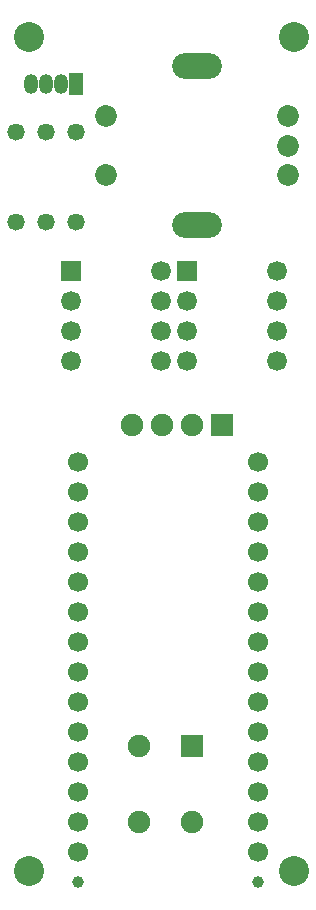
<source format=gbr>
G04 DipTrace 3.3.1.3*
G04 TopMask.gbr*
%MOIN*%
G04 #@! TF.FileFunction,Soldermask,Top*
G04 #@! TF.Part,Single*
%ADD16C,0.066929*%
%ADD27C,0.1*%
%ADD28C,0.039*%
%ADD37C,0.066374*%
%ADD39R,0.066374X0.066374*%
%ADD41R,0.049213X0.074803*%
%ADD43O,0.047244X0.066929*%
%ADD45O,0.165354X0.086614*%
%ADD47C,0.072835*%
%ADD49C,0.057874*%
%ADD51C,0.057874*%
%ADD54C,0.074803*%
%ADD55R,0.074803X0.074803*%
%FSLAX26Y26*%
G04*
G70*
G90*
G75*
G01*
G04 TopMask*
%LPD*%
D27*
X1374951Y3274950D3*
D28*
X656202Y456201D3*
X1256202D3*
D27*
X493703Y3274950D3*
X493711Y493720D3*
X1374951Y493701D3*
D55*
X1137451Y1981201D3*
D54*
X1037451D3*
X937451D3*
X837451D3*
D16*
X656202Y556202D3*
Y656202D3*
Y756201D3*
Y856202D3*
Y956202D3*
Y1056201D3*
Y1156202D3*
Y1256202D3*
Y1356201D3*
Y1456202D3*
Y1556202D3*
Y1656201D3*
X1256202Y556202D3*
Y656202D3*
Y756201D3*
Y856202D3*
Y956202D3*
Y1056201D3*
Y1156202D3*
Y1256202D3*
Y1356201D3*
Y1456202D3*
Y1556202D3*
Y1656201D3*
X656202Y1756202D3*
Y1856202D3*
X1256202Y1756202D3*
Y1856202D3*
D51*
X649951Y2956201D3*
D49*
Y2656201D3*
D51*
X549953Y2956201D3*
D49*
Y2656201D3*
D51*
X449951Y2956201D3*
D49*
Y2656201D3*
D47*
X1356201Y2912450D3*
Y3010875D3*
Y2814025D3*
X749902D3*
Y3010875D3*
D45*
X1053051Y3176230D3*
Y2648671D3*
D43*
X499952Y3118699D3*
X599952D3*
D41*
X649952D3*
D43*
X549952D3*
D55*
X1037451Y912450D3*
D54*
X860286D3*
Y656545D3*
X1037451D3*
D39*
X1018701Y2493701D3*
D37*
Y2393701D3*
Y2293701D3*
Y2193701D3*
X1318701D3*
Y2293701D3*
Y2393701D3*
Y2493701D3*
D39*
X631201D3*
D37*
Y2393701D3*
Y2293701D3*
Y2193701D3*
X931201D3*
Y2293701D3*
Y2393701D3*
Y2493701D3*
M02*

</source>
